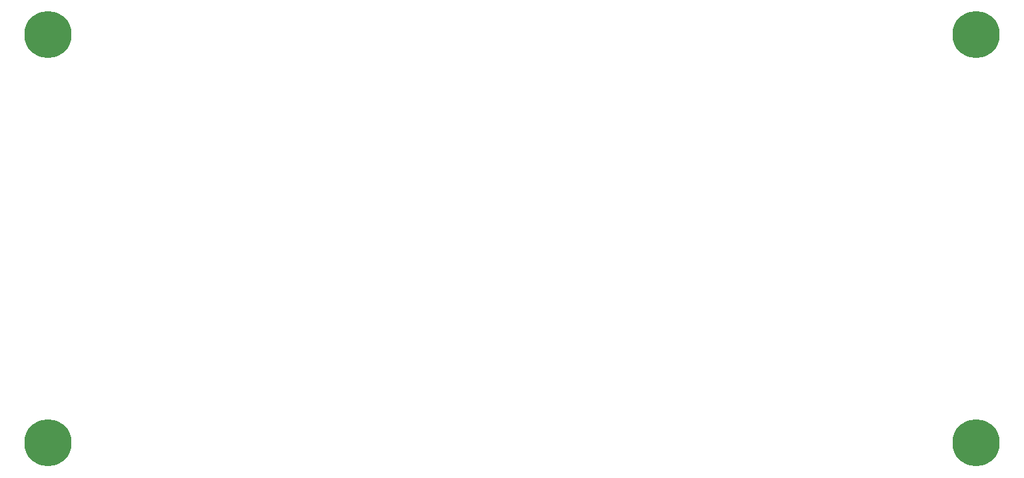
<source format=gbr>
G04 #@! TF.GenerationSoftware,KiCad,Pcbnew,6.0.7-f9a2dced07~116~ubuntu22.04.1*
G04 #@! TF.CreationDate,2022-09-04T10:06:15-07:00*
G04 #@! TF.ProjectId,keypad-frame,6b657970-6164-42d6-9672-616d652e6b69,May2021*
G04 #@! TF.SameCoordinates,Original*
G04 #@! TF.FileFunction,Copper,L2,Bot*
G04 #@! TF.FilePolarity,Positive*
%FSLAX46Y46*%
G04 Gerber Fmt 4.6, Leading zero omitted, Abs format (unit mm)*
G04 Created by KiCad (PCBNEW 6.0.7-f9a2dced07~116~ubuntu22.04.1) date 2022-09-04 10:06:15*
%MOMM*%
%LPD*%
G01*
G04 APERTURE LIST*
G04 #@! TA.AperFunction,ViaPad*
%ADD10C,6.000000*%
G04 #@! TD*
G04 APERTURE END LIST*
D10*
G04 #@! TO.N,*
X225500000Y-59900000D03*
X107500000Y-111900000D03*
X107500000Y-59900000D03*
X225500000Y-111900000D03*
G04 #@! TD*
M02*

</source>
